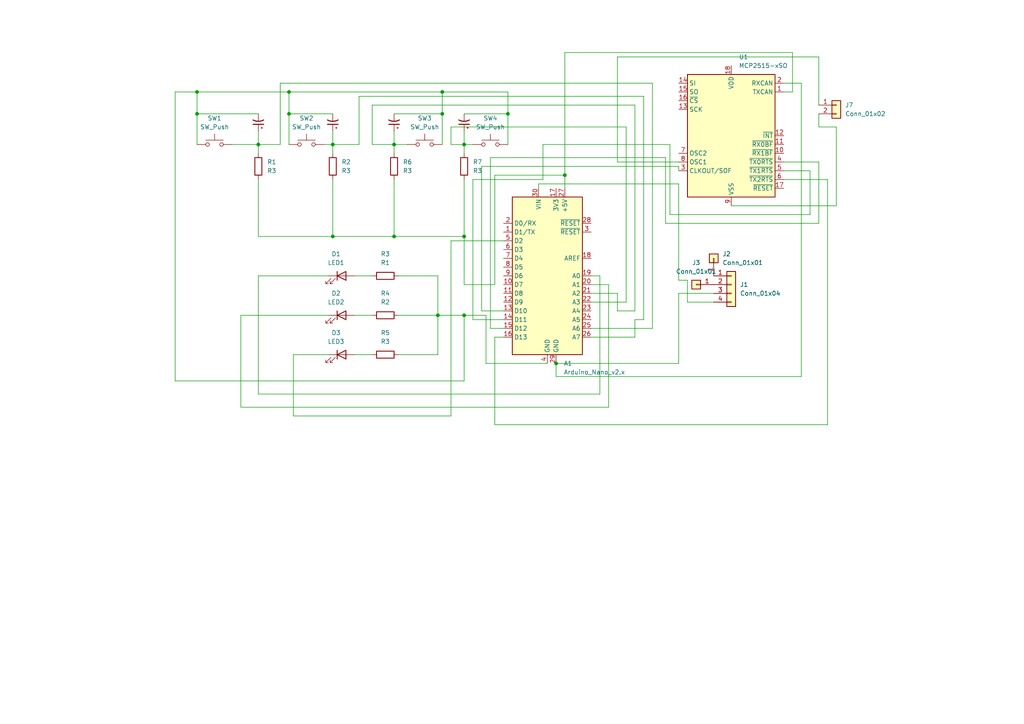
<source format=kicad_sch>
(kicad_sch (version 20231120) (generator "eeschema") (generator_version "8.0")
  (paper "A4")
  (lib_symbols
    (symbol "Connector_Generic:Conn_01x01" (pin_names (offset 1.016) hide)
      (property "Reference" "J" (at 0 2.54 0))
      (property "Value" "Conn_01x01" (at 0 -2.54 0))
      (symbol "Conn_01x01_1_1"
        (rectangle (start -1.27 0.127) (end 0 -0.127) (stroke (width 0.1524)))
        (rectangle (start -1.27 1.27) (end 1.27 -1.27) (stroke (width 0.254)) (fill (type background)))
        (pin passive line (at -5.08 0 0) (length 3.81) (name "Pin_1") (number "1"))
      )
    )
    (symbol "Connector_Generic:Conn_01x02" (pin_names (offset 1.016) hide)
      (property "Reference" "J" (at 0 2.54 0))
      (property "Value" "Conn_01x02" (at 0 -5.08 0))
      (symbol "Conn_01x02_1_1"
        (rectangle (start -1.27 -2.413) (end 0 -2.667) (stroke (width 0.1524)))
        (rectangle (start -1.27 0.127) (end 0 -0.127) (stroke (width 0.1524)))
        (rectangle (start -1.27 1.27) (end 1.27 -3.81) (stroke (width 0.254)) (fill (type background)))
        (pin passive line (at -5.08 0 0) (length 3.81) (name "Pin_1") (number "1"))
        (pin passive line (at -5.08 -2.54 0) (length 3.81) (name "Pin_2") (number "2"))
      )
    )
    (symbol "Connector_Generic:Conn_01x04" (pin_names (offset 1.016) hide)
      (property "Reference" "J" (at 0 5.08 0))
      (property "Value" "Conn_01x04" (at 0 -7.62 0))
      (symbol "Conn_01x04_1_1"
        (rectangle (start -1.27 -4.953) (end 0 -5.207) (stroke (width 0.1524)))
        (rectangle (start -1.27 -2.413) (end 0 -2.667) (stroke (width 0.1524)))
        (rectangle (start -1.27 0.127) (end 0 -0.127) (stroke (width 0.1524)))
        (rectangle (start -1.27 2.667) (end 0 2.413) (stroke (width 0.1524)))
        (rectangle (start -1.27 3.81) (end 1.27 -6.35) (stroke (width 0.254)) (fill (type background)))
        (pin passive line (at -5.08 2.54 0) (length 3.81) (name "Pin_1") (number "1"))
        (pin passive line (at -5.08 0 0) (length 3.81) (name "Pin_2") (number "2"))
        (pin passive line (at -5.08 -2.54 0) (length 3.81) (name "Pin_3") (number "3"))
        (pin passive line (at -5.08 -5.08 0) (length 3.81) (name "Pin_4") (number "4"))
      )
    )
    (symbol "Device:C_Polarized_Small_US" (pin_numbers hide) (pin_names (offset 0.254) hide)
      (property "Reference" "C" (at 0.254 1.778 0))
      (property "Value" "C_Polarized_Small_US" (at 0.254 -2.032 0))
      (symbol "C_Polarized_Small_US_0_1"
        (polyline (pts (xy -1.524 0.508) (xy 1.524 0.508)) (stroke (width 0.3048)))
        (polyline (pts (xy -1.27 1.524) (xy -0.762 1.524)))
        (polyline (pts (xy -1.016 1.27) (xy -1.016 1.778)))
        (arc (start 1.524 -0.762) (mid 0 -0.3734) (end -1.524 -0.762) (stroke (width 0.3048)))
      )
      (symbol "C_Polarized_Small_US_1_1"
        (pin passive line (at 0 2.54 270) (length 2.032) (name "~") (number "1"))
        (pin passive line (at 0 -2.54 90) (length 2.032) (name "~") (number "2"))
      )
    )
    (symbol "Device:LED" (pin_numbers hide) (pin_names (offset 1.016) hide)
      (property "Reference" "D" (at 0 2.54 0))
      (property "Value" "LED" (at 0 -2.54 0))
      (symbol "LED_0_1"
        (polyline (pts (xy -1.27 -1.27) (xy -1.27 1.27)) (stroke (width 0.254)))
        (polyline (pts (xy -1.27 0) (xy 1.27 0)))
        (polyline (pts (xy 1.27 -1.27) (xy 1.27 1.27) (xy -1.27 0) (xy 1.27 -1.27)) (stroke (width 0.254)))
        (polyline (pts (xy -3.048 -0.762) (xy -4.572 -2.286) (xy -3.81 -2.286) (xy -4.572 -2.286) (xy -4.572 -1.524)))
        (polyline (pts (xy -1.778 -0.762) (xy -3.302 -2.286) (xy -2.54 -2.286) (xy -3.302 -2.286) (xy -3.302 -1.524)))
      )
      (symbol "LED_1_1"
        (pin passive line (at -3.81 0 0) (length 2.54) (name "K") (number "1"))
        (pin passive line (at 3.81 0 180) (length 2.54) (name "A") (number "2"))
      )
    )
    (symbol "Device:R" (pin_numbers hide) (pin_names (offset 0))
      (property "Reference" "R" (at 2.032 0 90))
      (property "Value" "R" (at 0 0 90))
      (symbol "R_0_1"
        (rectangle (start -1.016 -2.54) (end 1.016 2.54) (stroke (width 0.254)))
      )
      (symbol "R_1_1"
        (pin passive line (at 0 3.81 270) (length 1.27) (name "~") (number "1"))
        (pin passive line (at 0 -3.81 90) (length 1.27) (name "~") (number "2"))
      )
    )
    (symbol "Interface_CAN_LIN:MCP2515-xSO"
      (property "Reference" "U" (at -10.16 19.685 0))
      (property "Value" "MCP2515-xSO" (at 19.05 20.32 0))
      (symbol "MCP2515-xSO_0_1"
        (rectangle (start -12.7 17.78) (end 12.7 -17.78) (stroke (width 0.254)) (fill (type background)))
      )
      (symbol "MCP2515-xSO_1_1"
        (pin output line (at 15.24 12.7 180) (length 2.54) (name "TXCAN") (number "1"))
        (pin output line (at 15.24 -5.08 180) (length 2.54) (name "~{RX1BF}") (number "10"))
        (pin output line (at 15.24 -2.54 180) (length 2.54) (name "~{RX0BF}") (number "11"))
        (pin output line (at 15.24 0 180) (length 2.54) (name "~{INT}") (number "12"))
        (pin input line (at -15.24 7.62 0) (length 2.54) (name "SCK") (number "13"))
        (pin input line (at -15.24 15.24 0) (length 2.54) (name "SI") (number "14"))
        (pin output line (at -15.24 12.7 0) (length 2.54) (name "SO") (number "15"))
        (pin input line (at -15.24 10.16 0) (length 2.54) (name "~{CS}") (number "16"))
        (pin input line (at 15.24 -15.24 180) (length 2.54) (name "~{RESET}") (number "17"))
        (pin power_in line (at 0 20.32 270) (length 2.54) (name "VDD") (number "18"))
        (pin input line (at 15.24 15.24 180) (length 2.54) (name "RXCAN") (number "2"))
        (pin output line (at -15.24 -10.16 0) (length 2.54) (name "CLKOUT/SOF") (number "3"))
        (pin input line (at 15.24 -7.62 180) (length 2.54) (name "~{TX0RTS}") (number "4"))
        (pin input line (at 15.24 -10.16 180) (length 2.54) (name "~{TX1RTS}") (number "5"))
        (pin input line (at 15.24 -12.7 180) (length 2.54) (name "~{TX2RTS}") (number "6"))
        (pin output line (at -15.24 -5.08 0) (length 2.54) (name "OSC2") (number "7"))
        (pin input line (at -15.24 -7.62 0) (length 2.54) (name "OSC1") (number "8"))
        (pin power_in line (at 0 -20.32 90) (length 2.54) (name "VSS") (number "9"))
      )
    )
    (symbol "MCU_Module:Arduino_Nano_v2.x"
      (property "Reference" "A" (at -10.16 23.495 0))
      (property "Value" "Arduino_Nano_v2.x" (at 5.08 -24.13 0))
      (symbol "Arduino_Nano_v2.x_0_1"
        (rectangle (start -10.16 22.86) (end 10.16 -22.86) (stroke (width 0.254)) (fill (type background)))
      )
      (symbol "Arduino_Nano_v2.x_1_1"
        (pin bidirectional line (at -12.7 12.7 0) (length 2.54) (name "D1/TX") (number "1"))
        (pin bidirectional line (at -12.7 -2.54 0) (length 2.54) (name "D7") (number "10"))
        (pin bidirectional line (at -12.7 -5.08 0) (length 2.54) (name "D8") (number "11"))
        (pin bidirectional line (at -12.7 -7.62 0) (length 2.54) (name "D9") (number "12"))
        (pin bidirectional line (at -12.7 -10.16 0) (length 2.54) (name "D10") (number "13"))
        (pin bidirectional line (at -12.7 -12.7 0) (length 2.54) (name "D11") (number "14"))
        (pin bidirectional line (at -12.7 -15.24 0) (length 2.54) (name "D12") (number "15"))
        (pin bidirectional line (at -12.7 -17.78 0) (length 2.54) (name "D13") (number "16"))
        (pin power_out line (at 2.54 25.4 270) (length 2.54) (name "3V3") (number "17"))
        (pin input line (at 12.7 5.08 180) (length 2.54) (name "AREF") (number "18"))
        (pin bidirectional line (at 12.7 0 180) (length 2.54) (name "A0") (number "19"))
        (pin bidirectional line (at -12.7 15.24 0) (length 2.54) (name "D0/RX") (number "2"))
        (pin bidirectional line (at 12.7 -2.54 180) (length 2.54) (name "A1") (number "20"))
        (pin bidirectional line (at 12.7 -5.08 180) (length 2.54) (name "A2") (number "21"))
        (pin bidirectional line (at 12.7 -7.62 180) (length 2.54) (name "A3") (number "22"))
        (pin bidirectional line (at 12.7 -10.16 180) (length 2.54) (name "A4") (number "23"))
        (pin bidirectional line (at 12.7 -12.7 180) (length 2.54) (name "A5") (number "24"))
        (pin bidirectional line (at 12.7 -15.24 180) (length 2.54) (name "A6") (number "25"))
        (pin bidirectional line (at 12.7 -17.78 180) (length 2.54) (name "A7") (number "26"))
        (pin power_out line (at 5.08 25.4 270) (length 2.54) (name "+5V") (number "27"))
        (pin input line (at 12.7 15.24 180) (length 2.54) (name "~{RESET}") (number "28"))
        (pin power_in line (at 2.54 -25.4 90) (length 2.54) (name "GND") (number "29"))
        (pin input line (at 12.7 12.7 180) (length 2.54) (name "~{RESET}") (number "3"))
        (pin power_in line (at -2.54 25.4 270) (length 2.54) (name "VIN") (number "30"))
        (pin power_in line (at 0 -25.4 90) (length 2.54) (name "GND") (number "4"))
        (pin bidirectional line (at -12.7 10.16 0) (length 2.54) (name "D2") (number "5"))
        (pin bidirectional line (at -12.7 7.62 0) (length 2.54) (name "D3") (number "6"))
        (pin bidirectional line (at -12.7 5.08 0) (length 2.54) (name "D4") (number "7"))
        (pin bidirectional line (at -12.7 2.54 0) (length 2.54) (name "D5") (number "8"))
        (pin bidirectional line (at -12.7 0 0) (length 2.54) (name "D6") (number "9"))
      )
    )
    (symbol "Switch:SW_Push" (pin_numbers hide) (pin_names (offset 1.016) hide)
      (property "Reference" "SW" (at 1.27 2.54 0))
      (property "Value" "SW_Push" (at 0 -1.524 0))
      (symbol "SW_Push_0_1"
        (circle (center -2.032 0) (radius 0.508))
        (polyline (pts (xy 0 1.27) (xy 0 3.048)))
        (polyline (pts (xy 2.54 1.27) (xy -2.54 1.27)))
        (circle (center 2.032 0) (radius 0.508))
        (pin passive line (at -5.08 0 0) (length 2.54) (name "1") (number "1"))
        (pin passive line (at 5.08 0 180) (length 2.54) (name "2") (number "2"))
      )
    )
  )
  (junction (at 128.27 26.67))
  (junction (at 57.15 26.67))
  (junction (at 134.62 68.58))
  (junction (at 127 91.44))
  (junction (at 57.15 33.02))
  (junction (at 128.27 33.02))
  (junction (at 114.3 68.58))
  (junction (at 134.62 91.44))
  (junction (at 147.32 33.02))
  (junction (at 163.83 50.8))
  (junction (at 83.82 26.67))
  (junction (at 114.3 41.91))
  (junction (at 161.29 105.41))
  (junction (at 74.93 41.91))
  (junction (at 83.82 33.02))
  (junction (at 134.62 41.91))
  (junction (at 96.52 68.58))
  (junction (at 96.52 41.91))
  (wire (pts (xy 107.95 30.48) (xy 184.15 30.48)))
  (wire (pts (xy 156.21 53.34) (xy 156.21 54.61)))
  (wire (pts (xy 232.41 109.22) (xy 161.29 109.22)))
  (wire (pts (xy 83.82 26.67) (xy 128.27 26.67)))
  (wire (pts (xy 176.53 82.55) (xy 171.45 82.55)))
  (wire (pts (xy 128.27 26.67) (xy 147.32 26.67)))
  (wire (pts (xy 127 91.44) (xy 115.57 91.44)))
  (wire (pts (xy 181.61 36.83) (xy 181.61 87.63)))
  (wire (pts (xy 83.82 41.91) (xy 83.82 33.02)))
  (wire (pts (xy 184.15 97.79) (xy 171.45 97.79)))
  (wire (pts (xy 184.15 92.71) (xy 184.15 97.79)))
  (wire (pts (xy 74.93 80.01) (xy 74.93 114.3)))
  (wire (pts (xy 181.61 87.63) (xy 171.45 87.63)))
  (wire (pts (xy 114.3 33.02) (xy 128.27 33.02)))
  (wire (pts (xy 179.07 90.17) (xy 179.07 85.09)))
  (wire (pts (xy 229.87 15.24) (xy 229.87 26.67)))
  (wire (pts (xy 81.28 24.13) (xy 189.23 24.13)))
  (wire (pts (xy 50.8 110.49) (xy 134.62 110.49)))
  (wire (pts (xy 93.98 41.91) (xy 96.52 41.91)))
  (wire (pts (xy 85.09 102.87) (xy 95.25 102.87)))
  (wire (pts (xy 242.57 36.83) (xy 237.49 36.83)))
  (wire (pts (xy 163.83 50.8) (xy 163.83 54.61)))
  (wire (pts (xy 81.28 24.13) (xy 81.28 41.91)))
  (wire (pts (xy 74.93 41.91) (xy 74.93 38.1)))
  (wire (pts (xy 74.93 41.91) (xy 81.28 41.91)))
  (wire (pts (xy 139.7 48.26) (xy 196.85 48.26)))
  (wire (pts (xy 114.3 38.1) (xy 114.3 41.91)))
  (wire (pts (xy 199.39 81.28) (xy 196.85 81.28)))
  (wire (pts (xy 196.85 81.28) (xy 196.85 53.34)))
  (wire (pts (xy 142.24 45.72) (xy 142.24 95.25)))
  (wire (pts (xy 232.41 24.13) (xy 232.41 109.22)))
  (wire (pts (xy 143.51 82.55) (xy 143.51 50.8)))
  (wire (pts (xy 176.53 118.11) (xy 176.53 82.55)))
  (wire (pts (xy 69.85 118.11) (xy 176.53 118.11)))
  (wire (pts (xy 196.85 46.99) (xy 179.07 46.99)))
  (wire (pts (xy 194.31 41.91) (xy 194.31 62.23)))
  (wire (pts (xy 184.15 90.17) (xy 179.07 90.17)))
  (wire (pts (xy 127 80.01) (xy 127 91.44)))
  (wire (pts (xy 134.62 38.1) (xy 134.62 41.91)))
  (wire (pts (xy 137.16 41.91) (xy 134.62 41.91)))
  (wire (pts (xy 196.85 85.09) (xy 196.85 105.41)))
  (wire (pts (xy 189.23 24.13) (xy 189.23 95.25)))
  (wire (pts (xy 163.83 15.24) (xy 163.83 50.8)))
  (wire (pts (xy 130.81 69.85) (xy 146.05 69.85)))
  (wire (pts (xy 199.39 87.63) (xy 199.39 81.28)))
  (wire (pts (xy 57.15 33.02) (xy 74.93 33.02)))
  (wire (pts (xy 114.3 41.91) (xy 114.3 44.45)))
  (wire (pts (xy 173.99 80.01) (xy 171.45 80.01)))
  (wire (pts (xy 96.52 68.58) (xy 74.93 68.58)))
  (wire (pts (xy 96.52 41.91) (xy 96.52 38.1)))
  (wire (pts (xy 74.93 68.58) (xy 74.93 52.07)))
  (wire (pts (xy 193.04 64.77) (xy 237.49 64.77)))
  (wire (pts (xy 143.51 123.19) (xy 240.03 123.19)))
  (wire (pts (xy 143.51 50.8) (xy 163.83 50.8)))
  (wire (pts (xy 179.07 85.09) (xy 171.45 85.09)))
  (wire (pts (xy 96.52 68.58) (xy 114.3 68.58)))
  (wire (pts (xy 130.81 36.83) (xy 130.81 41.91)))
  (wire (pts (xy 114.3 41.91) (xy 107.95 41.91)))
  (wire (pts (xy 139.7 48.26) (xy 139.7 90.17)))
  (wire (pts (xy 237.49 36.83) (xy 237.49 33.02)))
  (wire (pts (xy 107.95 30.48) (xy 107.95 41.91)))
  (wire (pts (xy 137.16 52.07) (xy 137.16 92.71)))
  (wire (pts (xy 102.87 102.87) (xy 107.95 102.87)))
  (wire (pts (xy 96.52 41.91) (xy 104.14 41.91)))
  (wire (pts (xy 147.32 33.02) (xy 147.32 41.91)))
  (wire (pts (xy 128.27 41.91) (xy 128.27 33.02)))
  (wire (pts (xy 57.15 41.91) (xy 57.15 33.02)))
  (wire (pts (xy 83.82 26.67) (xy 83.82 33.02)))
  (wire (pts (xy 96.52 44.45) (xy 96.52 41.91)))
  (wire (pts (xy 229.87 26.67) (xy 227.33 26.67)))
  (wire (pts (xy 114.3 41.91) (xy 118.11 41.91)))
  (wire (pts (xy 102.87 80.01) (xy 107.95 80.01)))
  (wire (pts (xy 227.33 49.53) (xy 234.95 49.53)))
  (wire (pts (xy 140.97 91.44) (xy 140.97 105.41)))
  (wire (pts (xy 142.24 95.25) (xy 146.05 95.25)))
  (wire (pts (xy 128.27 33.02) (xy 128.27 26.67)))
  (wire (pts (xy 85.09 120.65) (xy 130.81 120.65)))
  (wire (pts (xy 184.15 30.48) (xy 184.15 90.17)))
  (wire (pts (xy 147.32 33.02) (xy 134.62 33.02)))
  (wire (pts (xy 137.16 92.71) (xy 146.05 92.71)))
  (wire (pts (xy 207.01 87.63) (xy 199.39 87.63)))
  (wire (pts (xy 237.49 46.99) (xy 227.33 46.99)))
  (wire (pts (xy 74.93 41.91) (xy 74.93 44.45)))
  (wire (pts (xy 143.51 123.19) (xy 143.51 97.79)))
  (wire (pts (xy 130.81 120.65) (xy 130.81 69.85)))
  (wire (pts (xy 127 91.44) (xy 134.62 91.44)))
  (wire (pts (xy 193.04 45.72) (xy 193.04 64.77)))
  (wire (pts (xy 147.32 33.02) (xy 147.32 26.67)))
  (wire (pts (xy 69.85 91.44) (xy 95.25 91.44)))
  (wire (pts (xy 74.93 114.3) (xy 173.99 114.3)))
  (wire (pts (xy 232.41 24.13) (xy 227.33 24.13)))
  (wire (pts (xy 127 102.87) (xy 127 91.44)))
  (wire (pts (xy 142.24 45.72) (xy 193.04 45.72)))
  (wire (pts (xy 207.01 85.09) (xy 196.85 85.09)))
  (wire (pts (xy 104.14 27.94) (xy 104.14 41.91)))
  (wire (pts (xy 179.07 16.51) (xy 237.49 16.51)))
  (wire (pts (xy 57.15 26.67) (xy 83.82 26.67)))
  (wire (pts (xy 95.25 80.01) (xy 74.93 80.01)))
  (wire (pts (xy 50.8 26.67) (xy 50.8 110.49)))
  (wire (pts (xy 189.23 95.25) (xy 171.45 95.25)))
  (wire (pts (xy 115.57 102.87) (xy 127 102.87)))
  (wire (pts (xy 102.87 91.44) (xy 107.95 91.44)))
  (wire (pts (xy 134.62 41.91) (xy 134.62 44.45)))
  (wire (pts (xy 173.99 114.3) (xy 173.99 80.01)))
  (wire (pts (xy 69.85 91.44) (xy 69.85 118.11)))
  (wire (pts (xy 134.62 82.55) (xy 143.51 82.55)))
  (wire (pts (xy 139.7 90.17) (xy 146.05 90.17)))
  (wire (pts (xy 196.85 53.34) (xy 156.21 53.34)))
  (wire (pts (xy 134.62 52.07) (xy 134.62 68.58)))
  (wire (pts (xy 57.15 26.67) (xy 57.15 33.02)))
  (wire (pts (xy 114.3 68.58) (xy 114.3 52.07)))
  (wire (pts (xy 179.07 46.99) (xy 179.07 16.51)))
  (wire (pts (xy 194.31 62.23) (xy 234.95 62.23)))
  (wire (pts (xy 83.82 33.02) (xy 96.52 33.02)))
  (wire (pts (xy 96.52 68.58) (xy 96.52 52.07)))
  (wire (pts (xy 157.48 52.07) (xy 137.16 52.07)))
  (wire (pts (xy 140.97 105.41) (xy 158.75 105.41)))
  (wire (pts (xy 163.83 15.24) (xy 229.87 15.24)))
  (wire (pts (xy 237.49 16.51) (xy 237.49 30.48)))
  (wire (pts (xy 240.03 52.07) (xy 227.33 52.07)))
  (wire (pts (xy 240.03 123.19) (xy 240.03 52.07)))
  (wire (pts (xy 130.81 36.83) (xy 181.61 36.83)))
  (wire (pts (xy 157.48 52.07) (xy 157.48 41.91)))
  (wire (pts (xy 134.62 82.55) (xy 134.62 68.58)))
  (wire (pts (xy 134.62 41.91) (xy 130.81 41.91)))
  (wire (pts (xy 161.29 105.41) (xy 196.85 105.41)))
  (wire (pts (xy 104.14 27.94) (xy 186.69 27.94)))
  (wire (pts (xy 85.09 102.87) (xy 85.09 120.65)))
  (wire (pts (xy 186.69 27.94) (xy 186.69 92.71)))
  (wire (pts (xy 134.62 110.49) (xy 134.62 91.44)))
  (wire (pts (xy 114.3 68.58) (xy 134.62 68.58)))
  (wire (pts (xy 237.49 64.77) (xy 237.49 46.99)))
  (wire (pts (xy 212.09 59.69) (xy 242.57 59.69)))
  (wire (pts (xy 186.69 92.71) (xy 184.15 92.71)))
  (wire (pts (xy 242.57 59.69) (xy 242.57 36.83)))
  (wire (pts (xy 67.31 41.91) (xy 74.93 41.91)))
  (wire (pts (xy 196.85 48.26) (xy 196.85 49.53)))
  (wire (pts (xy 143.51 97.79) (xy 146.05 97.79)))
  (wire (pts (xy 157.48 41.91) (xy 194.31 41.91)))
  (wire (pts (xy 161.29 109.22) (xy 161.29 105.41)))
  (wire (pts (xy 50.8 26.67) (xy 57.15 26.67)))
  (wire (pts (xy 115.57 80.01) (xy 127 80.01)))
  (wire (pts (xy 134.62 91.44) (xy 140.97 91.44)))
  (wire (pts (xy 234.95 62.23) (xy 234.95 49.53)))
  (symbol (lib_id "Device:R") (at 114.3 48.26 180) (unit 1)
    (property "Reference" "R6" (at 116.84 46.99 0) (effects (justify right)))
    (property "Value" "R3" (at 116.84 49.53 0) (effects (justify right)))
    (property "Footprint" "Resistor_THT:R_Axial_DIN0207_L6.3mm_D2.5mm_P10.16mm_Horizontal" (effects (hide yes)))
  )
  (symbol (lib_id "Device:C_Polarized_Small_US") (at 74.93 35.56 180) (unit 1)
    (property "Reference" "C1" (effects (hide yes)))
    (property "Value" "C_Polarized_Small_US" (effects (hide yes)))
    (property "Footprint" "Capacitor_THT:CP_Radial_D5.0mm_P2.50mm" (effects (hide yes)))
  )
  (symbol (lib_id "Device:R") (at 111.76 80.01 90) (unit 1)
    (property "Reference" "R3" (at 111.76 73.66 90))
    (property "Value" "R1" (at 111.76 76.2 90))
    (property "Footprint" "Resistor_THT:R_Axial_DIN0207_L6.3mm_D2.5mm_P10.16mm_Horizontal" (effects (hide yes)))
  )
  (symbol (lib_id "Switch:SW_Push") (at 142.24 41.91 0) (unit 1)
    (property "Reference" "SW4" (at 142.24 34.29 0))
    (property "Value" "SW_Push" (at 142.24 36.83 0))
    (property "Footprint" "Button_Switch_THT:SW_DIP_SPSTx01_Piano_10.8x4.1mm_W7.62mm_P2.54mm" (effects (hide yes)))
  )
  (symbol (lib_id "Connector_Generic:Conn_01x01") (at 201.93 82.55 180) (unit 1)
    (property "Reference" "J3" (at 201.93 76.2 0))
    (property "Value" "Conn_01x01" (at 201.93 78.74 0))
    (property "Footprint" "Connector_Wire:SolderWire-0.25sqmm_1x01_D0.65mm_OD2mm" (effects (hide yes)))
    (property "Description" "Generic connector, single row, 01x01, script generated (kicad-library-utils/schlib/autogen/connector/)" (effects (hide yes)))
  )
  (symbol (lib_id "Connector_Generic:Conn_01x01") (at 207.01 74.93 90) (unit 1)
    (property "Reference" "J2" (at 209.55 73.6599 90) (effects (justify right)))
    (property "Value" "Conn_01x01" (at 209.55 76.1999 90) (effects (justify right)))
    (property "Footprint" "Connector_Wire:SolderWire-0.25sqmm_1x01_D0.65mm_OD2mm" (effects (hide yes)))
    (property "Description" "Generic connector, single row, 01x01, script generated (kicad-library-utils/schlib/autogen/connector/)" (effects (hide yes)))
  )
  (symbol (lib_id "Device:R") (at 74.93 48.26 180) (unit 1)
    (property "Reference" "R1" (at 77.47 46.99 0) (effects (justify right)))
    (property "Value" "R3" (at 77.47 49.53 0) (effects (justify right)))
    (property "Footprint" "Resistor_THT:R_Axial_DIN0207_L6.3mm_D2.5mm_P10.16mm_Horizontal" (effects (hide yes)))
  )
  (symbol (lib_id "Connector_Generic:Conn_01x02") (at 242.57 30.48 0) (unit 1)
    (property "Reference" "J7" (at 245.11 30.4799 0) (effects (justify left)))
    (property "Value" "Conn_01x02" (at 245.11 33.0199 0) (effects (justify left)))
    (property "Footprint" "Connector_Wire:SolderWire-0.25sqmm_1x02_P4.2mm_D0.65mm_OD1.7mm" (effects (hide yes)))
    (property "Description" "Generic connector, single row, 01x02, script generated (kicad-library-utils/schlib/autogen/connector/)" (effects (hide yes)))
  )
  (symbol (lib_id "Device:C_Polarized_Small_US") (at 134.62 35.56 180) (unit 1)
    (property "Reference" "C4" (effects (hide yes)))
    (property "Value" "C_Polarized_Small_US" (effects (hide yes)))
    (property "Footprint" "Capacitor_THT:CP_Radial_D5.0mm_P2.50mm" (effects (hide yes)))
  )
  (symbol (lib_id "Device:LED") (at 99.06 102.87 0) (unit 1)
    (property "Reference" "D3" (at 97.4725 96.52 0))
    (property "Value" "LED3" (at 97.4725 99.06 0))
    (property "Footprint" "LED_THT:LED_D3.0mm" (effects (hide yes)))
  )
  (symbol (lib_id "Switch:SW_Push") (at 62.23 41.91 0) (unit 1)
    (property "Reference" "SW1" (at 62.23 34.29 0))
    (property "Value" "SW_Push" (at 62.23 36.83 0))
    (property "Footprint" "Button_Switch_THT:SW_DIP_SPSTx01_Piano_10.8x4.1mm_W7.62mm_P2.54mm" (effects (hide yes)))
  )
  (symbol (lib_id "Connector_Generic:Conn_01x04") (at 212.09 82.55 0) (unit 1)
    (property "Reference" "J1" (at 214.63 82.5499 0) (effects (justify left)))
    (property "Value" "Conn_01x04" (at 214.63 85.0899 0) (effects (justify left)))
    (property "Footprint" "modulos:LM2596 DC-DC HW-411" (effects (hide yes)))
    (property "Description" "Generic connector, single row, 01x04, script generated (kicad-library-utils/schlib/autogen/connector/)" (effects (hide yes)))
  )
  (symbol (lib_id "Device:C_Polarized_Small_US") (at 114.3 35.56 180) (unit 1)
    (property "Reference" "C3" (effects (hide yes)))
    (property "Value" "C_Polarized_Small_US" (effects (hide yes)))
    (property "Footprint" "Capacitor_THT:CP_Radial_D5.0mm_P2.50mm" (effects (hide yes)))
  )
  (symbol (lib_id "Switch:SW_Push") (at 88.9 41.91 0) (unit 1)
    (property "Reference" "SW2" (at 88.9 34.29 0))
    (property "Value" "SW_Push" (at 88.9 36.83 0))
    (property "Footprint" "Button_Switch_THT:SW_DIP_SPSTx01_Piano_10.8x4.1mm_W7.62mm_P2.54mm" (effects (hide yes)))
  )
  (symbol (lib_id "Device:R") (at 111.76 91.44 90) (unit 1)
    (property "Reference" "R4" (at 111.76 85.09 90))
    (property "Value" "R2" (at 111.76 87.63 90))
    (property "Footprint" "Resistor_THT:R_Axial_DIN0207_L6.3mm_D2.5mm_P10.16mm_Horizontal" (effects (hide yes)))
  )
  (symbol (lib_id "Device:LED") (at 99.06 80.01 0) (unit 1)
    (property "Reference" "D1" (at 97.4725 73.66 0))
    (property "Value" "LED1" (at 97.4725 76.2 0))
    (property "Footprint" "LED_THT:LED_D3.0mm" (effects (hide yes)))
  )
  (symbol (lib_id "Switch:SW_Push") (at 123.19 41.91 0) (unit 1)
    (property "Reference" "SW3" (at 123.19 34.29 0))
    (property "Value" "SW_Push" (at 123.19 36.83 0))
    (property "Footprint" "Button_Switch_THT:SW_DIP_SPSTx01_Piano_10.8x4.1mm_W7.62mm_P2.54mm" (effects (hide yes)))
  )
  (symbol (lib_id "Device:R") (at 111.76 102.87 90) (unit 1)
    (property "Reference" "R5" (at 111.76 96.52 90))
    (property "Value" "R3" (at 111.76 99.06 90))
    (property "Footprint" "Resistor_THT:R_Axial_DIN0207_L6.3mm_D2.5mm_P10.16mm_Horizontal" (effects (hide yes)))
  )
  (symbol (lib_id "Device:C_Polarized_Small_US") (at 96.52 35.56 180) (unit 1)
    (property "Reference" "C2" (effects (hide yes)))
    (property "Value" "C_Polarized_Small_US" (effects (hide yes)))
    (property "Footprint" "Capacitor_THT:CP_Radial_D5.0mm_P2.50mm" (effects (hide yes)))
  )
  (symbol (lib_id "Device:R") (at 96.52 48.26 180) (unit 1)
    (property "Reference" "R2" (at 99.06 46.99 0) (effects (justify right)))
    (property "Value" "R3" (at 99.06 49.53 0) (effects (justify right)))
    (property "Footprint" "Resistor_THT:R_Axial_DIN0207_L6.3mm_D2.5mm_P10.16mm_Horizontal" (effects (hide yes)))
  )
  (symbol (lib_id "Interface_CAN_LIN:MCP2515-xSO") (at 212.09 39.37 0) (unit 1)
    (property "Reference" "U1" (at 214.2841 16.51 0) (effects (justify left)))
    (property "Value" "MCP2515-xSO" (at 214.2841 19.05 0) (effects (justify left)))
    (property "Footprint" "modulos:MCP2515-CANBUS MODULE FOOTPRINT" (effects (hide yes)))
    (property "Datasheet" "http://ww1.microchip.com/downloads/en/DeviceDoc/21801e.pdf" (effects (hide yes)))
  )
  (symbol (lib_id "Device:LED") (at 99.06 91.44 0) (unit 1)
    (property "Reference" "D2" (at 97.4725 85.09 0))
    (property "Value" "LED2" (at 97.4725 87.63 0))
    (property "Footprint" "LED_THT:LED_D3.0mm" (effects (hide yes)))
  )
  (symbol (lib_id "MCU_Module:Arduino_Nano_v2.x") (at 158.75 80.01 0) (unit 1)
    (property "Reference" "A1" (at 163.4841 105.41 0) (effects (justify left)))
    (property "Value" "Arduino_Nano_v2.x" (at 163.4841 107.95 0) (effects (justify left)))
    (property "Footprint" "Module:Arduino_Nano" (effects (hide yes)))
    (property "Datasheet" "https://www.arduino.cc/en/uploads/Main/ArduinoNanoManual23.pdf" (effects (hide yes)))
  )
  (symbol (lib_id "Device:R") (at 134.62 48.26 180) (unit 1)
    (property "Reference" "R7" (at 137.16 46.99 0) (effects (justify right)))
    (property "Value" "R3" (at 137.16 49.53 0) (effects (justify right)))
    (property "Footprint" "Resistor_THT:R_Axial_DIN0207_L6.3mm_D2.5mm_P10.16mm_Horizontal" (effects (hide yes)))
  )
)
</source>
